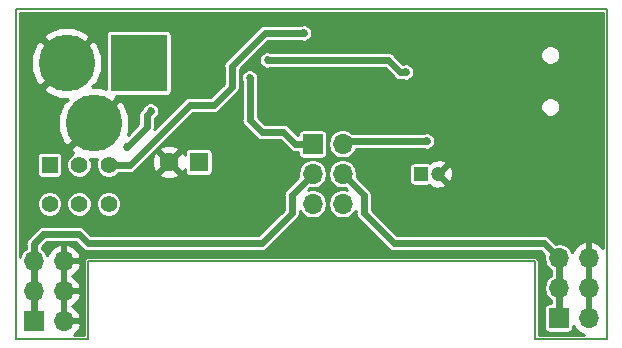
<source format=gbr>
%TF.GenerationSoftware,KiCad,Pcbnew,5.0.2-bee76a0~70~ubuntu18.04.1*%
%TF.CreationDate,2018-12-09T23:27:29+01:00*%
%TF.ProjectId,Protoboard_power_supply,50726f74-6f62-46f6-9172-645f706f7765,rev?*%
%TF.SameCoordinates,Original*%
%TF.FileFunction,Copper,L2,Bot*%
%TF.FilePolarity,Positive*%
%FSLAX46Y46*%
G04 Gerber Fmt 4.6, Leading zero omitted, Abs format (unit mm)*
G04 Created by KiCad (PCBNEW 5.0.2-bee76a0~70~ubuntu18.04.1) date dom 09 dic 2018 23:27:29 CET*
%MOMM*%
%LPD*%
G01*
G04 APERTURE LIST*
%ADD10C,0.127000*%
%ADD11R,1.200000X1.200000*%
%ADD12C,1.200000*%
%ADD13R,1.600000X1.600000*%
%ADD14C,1.600000*%
%ADD15C,4.800000*%
%ADD16R,4.800000X4.800000*%
%ADD17R,1.700000X1.700000*%
%ADD18O,1.700000X1.700000*%
%ADD19R,1.400000X1.400000*%
%ADD20C,1.400000*%
%ADD21C,0.685800*%
%ADD22C,0.600000*%
%ADD23C,0.254000*%
G04 APERTURE END LIST*
D10*
X148336000Y-114300000D02*
X148336000Y-107696000D01*
X192278000Y-114300000D02*
X192278000Y-86360000D01*
X186182000Y-107696000D02*
X186182000Y-114300000D01*
X142240000Y-114300000D02*
X142240000Y-86360000D01*
X148336000Y-114300000D02*
X142240000Y-114300000D01*
X186182000Y-107696000D02*
X148336000Y-107696000D01*
X192278000Y-114300000D02*
X186182000Y-114300000D01*
X142240000Y-86360000D02*
X192278000Y-86360000D01*
D11*
X176530000Y-100330000D03*
D12*
X178030000Y-100330000D03*
D13*
X157734000Y-99314000D03*
D14*
X155234000Y-99314000D03*
D15*
X146554000Y-90932000D03*
D16*
X152654000Y-90932000D03*
D15*
X148844000Y-96012000D03*
D17*
X143764000Y-112776000D03*
D18*
X146304000Y-112776000D03*
X143764000Y-110236000D03*
X146304000Y-110236000D03*
X143764000Y-107696000D03*
X146304000Y-107696000D03*
X190754000Y-107442000D03*
X188214000Y-107442000D03*
X190754000Y-109982000D03*
X188214000Y-109982000D03*
X190754000Y-112522000D03*
D17*
X188214000Y-112522000D03*
X167386000Y-97790000D03*
D18*
X169926000Y-97790000D03*
X167386000Y-100330000D03*
X169926000Y-100330000D03*
X167386000Y-102870000D03*
X169926000Y-102870000D03*
D19*
X145114000Y-99568000D03*
D20*
X147614000Y-99568000D03*
X150114000Y-99568000D03*
X145114000Y-102868000D03*
X147614000Y-102868000D03*
X150114000Y-102868000D03*
D21*
X162052000Y-92202000D03*
X177038000Y-97536000D03*
X175260000Y-91694000D03*
X163576000Y-90678000D03*
X153670000Y-94996000D03*
X151638000Y-98044000D03*
X166624000Y-88392000D03*
D22*
X165936000Y-97790000D02*
X164920000Y-96774000D01*
X167386000Y-97790000D02*
X165936000Y-97790000D01*
X164920000Y-96774000D02*
X163068000Y-96774000D01*
X163068000Y-96774000D02*
X162052000Y-95758000D01*
X162052000Y-95758000D02*
X162052000Y-92202000D01*
X170180000Y-97536000D02*
X169926000Y-97790000D01*
X177038000Y-97536000D02*
X170180000Y-97536000D01*
X174775067Y-91694000D02*
X173759067Y-90678000D01*
X175260000Y-91694000D02*
X174775067Y-91694000D01*
X173759067Y-90678000D02*
X163576000Y-90678000D01*
X153327101Y-95338899D02*
X153327101Y-96354899D01*
X153670000Y-94996000D02*
X153327101Y-95338899D01*
X153327101Y-96354899D02*
X151638000Y-98044000D01*
X144600000Y-105410000D02*
X143764000Y-106246000D01*
X165608000Y-102108000D02*
X165608000Y-103632000D01*
X167386000Y-100330000D02*
X165608000Y-102108000D01*
X165608000Y-103632000D02*
X163068000Y-106172000D01*
X143764000Y-106246000D02*
X143764000Y-107696000D01*
X148336000Y-106172000D02*
X147574000Y-105410000D01*
X163068000Y-106172000D02*
X148336000Y-106172000D01*
X147574000Y-105410000D02*
X144600000Y-105410000D01*
X143764000Y-107696000D02*
X143764000Y-110236000D01*
X143764000Y-110236000D02*
X143764000Y-112776000D01*
X174244000Y-106172000D02*
X171704000Y-103632000D01*
X171704000Y-102108000D02*
X169926000Y-100330000D01*
X171704000Y-103632000D02*
X171704000Y-102108000D01*
X186944000Y-106172000D02*
X188214000Y-107442000D01*
X174244000Y-106172000D02*
X186944000Y-106172000D01*
X188214000Y-109982000D02*
X188214000Y-107442000D01*
X188214000Y-112522000D02*
X188214000Y-109982000D01*
X156972000Y-94488000D02*
X159004000Y-94488000D01*
X159004000Y-94488000D02*
X160528000Y-92964000D01*
X160528000Y-92964000D02*
X160528000Y-91186000D01*
X160528000Y-91186000D02*
X163322000Y-88392000D01*
X163322000Y-88392000D02*
X166624000Y-88392000D01*
X150114000Y-99568000D02*
X151103949Y-99568000D01*
X151103949Y-99568000D02*
X151892000Y-99568000D01*
X151892000Y-99568000D02*
X156972000Y-94488000D01*
D23*
G36*
X191935100Y-106575722D02*
X191635358Y-106246817D01*
X191110892Y-106000514D01*
X190881000Y-106121181D01*
X190881000Y-107315000D01*
X190901000Y-107315000D01*
X190901000Y-107569000D01*
X190881000Y-107569000D01*
X190881000Y-109855000D01*
X190901000Y-109855000D01*
X190901000Y-110109000D01*
X190881000Y-110109000D01*
X190881000Y-112395000D01*
X190901000Y-112395000D01*
X190901000Y-112649000D01*
X190881000Y-112649000D01*
X190881000Y-112669000D01*
X190627000Y-112669000D01*
X190627000Y-112649000D01*
X190607000Y-112649000D01*
X190607000Y-112395000D01*
X190627000Y-112395000D01*
X190627000Y-110109000D01*
X190607000Y-110109000D01*
X190607000Y-109855000D01*
X190627000Y-109855000D01*
X190627000Y-107569000D01*
X190607000Y-107569000D01*
X190607000Y-107315000D01*
X190627000Y-107315000D01*
X190627000Y-106121181D01*
X190397108Y-106000514D01*
X189872642Y-106246817D01*
X189482355Y-106675076D01*
X189367445Y-106952512D01*
X189101501Y-106554499D01*
X188694312Y-106282424D01*
X188335239Y-106211000D01*
X188092761Y-106211000D01*
X187970415Y-106235336D01*
X187472967Y-105737889D01*
X187434973Y-105681027D01*
X187209713Y-105530513D01*
X187011069Y-105491000D01*
X187011065Y-105491000D01*
X186944000Y-105477660D01*
X186876935Y-105491000D01*
X174526080Y-105491000D01*
X172385000Y-103349922D01*
X172385000Y-102175065D01*
X172398340Y-102108000D01*
X172385000Y-102040935D01*
X172385000Y-102040931D01*
X172345487Y-101842287D01*
X172194973Y-101617027D01*
X172138114Y-101579035D01*
X171132664Y-100573585D01*
X171181116Y-100330000D01*
X171085576Y-99849688D01*
X171005604Y-99730000D01*
X175541536Y-99730000D01*
X175541536Y-100930000D01*
X175571106Y-101078659D01*
X175655314Y-101204686D01*
X175781341Y-101288894D01*
X175930000Y-101318464D01*
X177130000Y-101318464D01*
X177222761Y-101300013D01*
X177231178Y-101308430D01*
X177243775Y-101295833D01*
X177278659Y-101288894D01*
X177356558Y-101236844D01*
X177396383Y-101418164D01*
X177861036Y-101577807D01*
X178351413Y-101547482D01*
X178663617Y-101418164D01*
X178713130Y-101192735D01*
X178030000Y-100509605D01*
X178015858Y-100523748D01*
X177836253Y-100344143D01*
X177850395Y-100330000D01*
X178209605Y-100330000D01*
X178892735Y-101013130D01*
X179118164Y-100963617D01*
X179277807Y-100498964D01*
X179247482Y-100008587D01*
X179118164Y-99696383D01*
X178892735Y-99646870D01*
X178209605Y-100330000D01*
X177850395Y-100330000D01*
X177836253Y-100315858D01*
X178015858Y-100136253D01*
X178030000Y-100150395D01*
X178713130Y-99467265D01*
X178663617Y-99241836D01*
X178198964Y-99082193D01*
X177708587Y-99112518D01*
X177396383Y-99241836D01*
X177356558Y-99423156D01*
X177278659Y-99371106D01*
X177243775Y-99364167D01*
X177231178Y-99351570D01*
X177222761Y-99359987D01*
X177130000Y-99341536D01*
X175930000Y-99341536D01*
X175781341Y-99371106D01*
X175655314Y-99455314D01*
X175571106Y-99581341D01*
X175541536Y-99730000D01*
X171005604Y-99730000D01*
X170813501Y-99442499D01*
X170406312Y-99170424D01*
X170047239Y-99099000D01*
X169804761Y-99099000D01*
X169445688Y-99170424D01*
X169038499Y-99442499D01*
X168766424Y-99849688D01*
X168670884Y-100330000D01*
X168766424Y-100810312D01*
X169038499Y-101217501D01*
X169445688Y-101489576D01*
X169804761Y-101561000D01*
X170047239Y-101561000D01*
X170169585Y-101536664D01*
X170327711Y-101694789D01*
X170047239Y-101639000D01*
X169804761Y-101639000D01*
X169445688Y-101710424D01*
X169038499Y-101982499D01*
X168766424Y-102389688D01*
X168670884Y-102870000D01*
X168766424Y-103350312D01*
X169038499Y-103757501D01*
X169445688Y-104029576D01*
X169804761Y-104101000D01*
X170047239Y-104101000D01*
X170406312Y-104029576D01*
X170813501Y-103757501D01*
X171023000Y-103443963D01*
X171023000Y-103564934D01*
X171009660Y-103632000D01*
X171023000Y-103699065D01*
X171023000Y-103699068D01*
X171062513Y-103897712D01*
X171213027Y-104122972D01*
X171269887Y-104160965D01*
X173715037Y-106606117D01*
X173753027Y-106662973D01*
X173809883Y-106700963D01*
X173809884Y-106700964D01*
X173853265Y-106729950D01*
X173978287Y-106813487D01*
X174176931Y-106853000D01*
X174176935Y-106853000D01*
X174243999Y-106866340D01*
X174311063Y-106853000D01*
X186661922Y-106853000D01*
X187007336Y-107198415D01*
X186958884Y-107442000D01*
X187054424Y-107922312D01*
X187326499Y-108329501D01*
X187533001Y-108467481D01*
X187533000Y-108956519D01*
X187326499Y-109094499D01*
X187054424Y-109501688D01*
X186958884Y-109982000D01*
X187054424Y-110462312D01*
X187326499Y-110869501D01*
X187533001Y-111007481D01*
X187533000Y-111283536D01*
X187364000Y-111283536D01*
X187215341Y-111313106D01*
X187089314Y-111397314D01*
X187005106Y-111523341D01*
X186975536Y-111672000D01*
X186975536Y-113372000D01*
X187005106Y-113520659D01*
X187089314Y-113646686D01*
X187215341Y-113730894D01*
X187364000Y-113760464D01*
X189064000Y-113760464D01*
X189212659Y-113730894D01*
X189338686Y-113646686D01*
X189422894Y-113520659D01*
X189452464Y-113372000D01*
X189452464Y-113216756D01*
X189482355Y-113288924D01*
X189872642Y-113717183D01*
X190383510Y-113957100D01*
X186524900Y-113957100D01*
X186524900Y-107729769D01*
X186531617Y-107696000D01*
X186505004Y-107562207D01*
X186429217Y-107448783D01*
X186315793Y-107372996D01*
X186215769Y-107353100D01*
X186215768Y-107353100D01*
X186182000Y-107346383D01*
X186148231Y-107353100D01*
X148369769Y-107353100D01*
X148336000Y-107346383D01*
X148302232Y-107353100D01*
X148302231Y-107353100D01*
X148202207Y-107372996D01*
X148088783Y-107448783D01*
X148012996Y-107562207D01*
X147986383Y-107696000D01*
X147993101Y-107729774D01*
X147993100Y-113957100D01*
X147198192Y-113957100D01*
X147575645Y-113542924D01*
X147745476Y-113132890D01*
X147624155Y-112903000D01*
X146431000Y-112903000D01*
X146431000Y-112923000D01*
X146177000Y-112923000D01*
X146177000Y-112903000D01*
X146157000Y-112903000D01*
X146157000Y-112649000D01*
X146177000Y-112649000D01*
X146177000Y-110363000D01*
X146431000Y-110363000D01*
X146431000Y-112649000D01*
X147624155Y-112649000D01*
X147745476Y-112419110D01*
X147575645Y-112009076D01*
X147185358Y-111580817D01*
X147026046Y-111506000D01*
X147185358Y-111431183D01*
X147575645Y-111002924D01*
X147745476Y-110592890D01*
X147624155Y-110363000D01*
X146431000Y-110363000D01*
X146177000Y-110363000D01*
X146157000Y-110363000D01*
X146157000Y-110109000D01*
X146177000Y-110109000D01*
X146177000Y-107823000D01*
X146431000Y-107823000D01*
X146431000Y-110109000D01*
X147624155Y-110109000D01*
X147745476Y-109879110D01*
X147575645Y-109469076D01*
X147185358Y-109040817D01*
X147026046Y-108966000D01*
X147185358Y-108891183D01*
X147575645Y-108462924D01*
X147745476Y-108052890D01*
X147624155Y-107823000D01*
X146431000Y-107823000D01*
X146177000Y-107823000D01*
X146157000Y-107823000D01*
X146157000Y-107569000D01*
X146177000Y-107569000D01*
X146177000Y-106375181D01*
X146431000Y-106375181D01*
X146431000Y-107569000D01*
X147624155Y-107569000D01*
X147745476Y-107339110D01*
X147575645Y-106929076D01*
X147185358Y-106500817D01*
X146660892Y-106254514D01*
X146431000Y-106375181D01*
X146177000Y-106375181D01*
X145947108Y-106254514D01*
X145422642Y-106500817D01*
X145032355Y-106929076D01*
X144917445Y-107206512D01*
X144651501Y-106808499D01*
X144445000Y-106670519D01*
X144445000Y-106528078D01*
X144882079Y-106091000D01*
X147291922Y-106091000D01*
X147807035Y-106606114D01*
X147845027Y-106662973D01*
X148070287Y-106813487D01*
X148268931Y-106853000D01*
X148268935Y-106853000D01*
X148336000Y-106866340D01*
X148403065Y-106853000D01*
X163000935Y-106853000D01*
X163068000Y-106866340D01*
X163135065Y-106853000D01*
X163135069Y-106853000D01*
X163333713Y-106813487D01*
X163558973Y-106662973D01*
X163596967Y-106606111D01*
X166042117Y-104160963D01*
X166098973Y-104122973D01*
X166249487Y-103897713D01*
X166289000Y-103699069D01*
X166289000Y-103699065D01*
X166302340Y-103632001D01*
X166289000Y-103564937D01*
X166289000Y-103443964D01*
X166498499Y-103757501D01*
X166905688Y-104029576D01*
X167264761Y-104101000D01*
X167507239Y-104101000D01*
X167866312Y-104029576D01*
X168273501Y-103757501D01*
X168545576Y-103350312D01*
X168641116Y-102870000D01*
X168545576Y-102389688D01*
X168273501Y-101982499D01*
X167866312Y-101710424D01*
X167507239Y-101639000D01*
X167264761Y-101639000D01*
X166984289Y-101694789D01*
X167142415Y-101536664D01*
X167264761Y-101561000D01*
X167507239Y-101561000D01*
X167866312Y-101489576D01*
X168273501Y-101217501D01*
X168545576Y-100810312D01*
X168641116Y-100330000D01*
X168545576Y-99849688D01*
X168273501Y-99442499D01*
X167866312Y-99170424D01*
X167507239Y-99099000D01*
X167264761Y-99099000D01*
X166905688Y-99170424D01*
X166498499Y-99442499D01*
X166226424Y-99849688D01*
X166130884Y-100330000D01*
X166179336Y-100573585D01*
X165173887Y-101579035D01*
X165117027Y-101617028D01*
X164966513Y-101842288D01*
X164927000Y-102040932D01*
X164927000Y-102040935D01*
X164913660Y-102108000D01*
X164927000Y-102175066D01*
X164927001Y-103349919D01*
X162785922Y-105491000D01*
X148618079Y-105491000D01*
X148102967Y-104975889D01*
X148064973Y-104919027D01*
X147839713Y-104768513D01*
X147641069Y-104729000D01*
X147641065Y-104729000D01*
X147574000Y-104715660D01*
X147506935Y-104729000D01*
X144667069Y-104729000D01*
X144600000Y-104715659D01*
X144532931Y-104729000D01*
X144334287Y-104768513D01*
X144109027Y-104919027D01*
X144071035Y-104975886D01*
X143329886Y-105717035D01*
X143273027Y-105755028D01*
X143122513Y-105980288D01*
X143083000Y-106178932D01*
X143083000Y-106178935D01*
X143069660Y-106246000D01*
X143083000Y-106313066D01*
X143083000Y-106670519D01*
X142876499Y-106808499D01*
X142604424Y-107215688D01*
X142582900Y-107323896D01*
X142582900Y-102652976D01*
X144033000Y-102652976D01*
X144033000Y-103083024D01*
X144197572Y-103480337D01*
X144501663Y-103784428D01*
X144898976Y-103949000D01*
X145329024Y-103949000D01*
X145726337Y-103784428D01*
X146030428Y-103480337D01*
X146195000Y-103083024D01*
X146195000Y-102652976D01*
X146533000Y-102652976D01*
X146533000Y-103083024D01*
X146697572Y-103480337D01*
X147001663Y-103784428D01*
X147398976Y-103949000D01*
X147829024Y-103949000D01*
X148226337Y-103784428D01*
X148530428Y-103480337D01*
X148695000Y-103083024D01*
X148695000Y-102652976D01*
X149033000Y-102652976D01*
X149033000Y-103083024D01*
X149197572Y-103480337D01*
X149501663Y-103784428D01*
X149898976Y-103949000D01*
X150329024Y-103949000D01*
X150726337Y-103784428D01*
X151030428Y-103480337D01*
X151195000Y-103083024D01*
X151195000Y-102652976D01*
X151030428Y-102255663D01*
X150726337Y-101951572D01*
X150329024Y-101787000D01*
X149898976Y-101787000D01*
X149501663Y-101951572D01*
X149197572Y-102255663D01*
X149033000Y-102652976D01*
X148695000Y-102652976D01*
X148530428Y-102255663D01*
X148226337Y-101951572D01*
X147829024Y-101787000D01*
X147398976Y-101787000D01*
X147001663Y-101951572D01*
X146697572Y-102255663D01*
X146533000Y-102652976D01*
X146195000Y-102652976D01*
X146030428Y-102255663D01*
X145726337Y-101951572D01*
X145329024Y-101787000D01*
X144898976Y-101787000D01*
X144501663Y-101951572D01*
X144197572Y-102255663D01*
X144033000Y-102652976D01*
X142582900Y-102652976D01*
X142582900Y-98868000D01*
X144025536Y-98868000D01*
X144025536Y-100268000D01*
X144055106Y-100416659D01*
X144139314Y-100542686D01*
X144265341Y-100626894D01*
X144414000Y-100656464D01*
X145814000Y-100656464D01*
X145962659Y-100626894D01*
X146088686Y-100542686D01*
X146172894Y-100416659D01*
X146202464Y-100268000D01*
X146202464Y-99352976D01*
X146533000Y-99352976D01*
X146533000Y-99783024D01*
X146697572Y-100180337D01*
X147001663Y-100484428D01*
X147398976Y-100649000D01*
X147829024Y-100649000D01*
X148226337Y-100484428D01*
X148530428Y-100180337D01*
X148695000Y-99783024D01*
X148695000Y-99352976D01*
X148568467Y-99047496D01*
X149159970Y-99046442D01*
X149033000Y-99352976D01*
X149033000Y-99783024D01*
X149197572Y-100180337D01*
X149501663Y-100484428D01*
X149898976Y-100649000D01*
X150329024Y-100649000D01*
X150726337Y-100484428D01*
X150889020Y-100321745D01*
X154405861Y-100321745D01*
X154479995Y-100567864D01*
X155017223Y-100760965D01*
X155587454Y-100733778D01*
X155988005Y-100567864D01*
X156062139Y-100321745D01*
X155234000Y-99493605D01*
X154405861Y-100321745D01*
X150889020Y-100321745D01*
X150961765Y-100249000D01*
X151824935Y-100249000D01*
X151892000Y-100262340D01*
X151959065Y-100249000D01*
X151959069Y-100249000D01*
X152157713Y-100209487D01*
X152382973Y-100058973D01*
X152420967Y-100002111D01*
X153325855Y-99097223D01*
X153787035Y-99097223D01*
X153814222Y-99667454D01*
X153980136Y-100068005D01*
X154226255Y-100142139D01*
X155054395Y-99314000D01*
X155413605Y-99314000D01*
X156241745Y-100142139D01*
X156487864Y-100068005D01*
X156545536Y-99907555D01*
X156545536Y-100114000D01*
X156575106Y-100262659D01*
X156659314Y-100388686D01*
X156785341Y-100472894D01*
X156934000Y-100502464D01*
X158534000Y-100502464D01*
X158682659Y-100472894D01*
X158808686Y-100388686D01*
X158892894Y-100262659D01*
X158922464Y-100114000D01*
X158922464Y-98514000D01*
X158892894Y-98365341D01*
X158808686Y-98239314D01*
X158682659Y-98155106D01*
X158534000Y-98125536D01*
X156934000Y-98125536D01*
X156785341Y-98155106D01*
X156659314Y-98239314D01*
X156575106Y-98365341D01*
X156545536Y-98514000D01*
X156545536Y-98699227D01*
X156487864Y-98559995D01*
X156241745Y-98485861D01*
X155413605Y-99314000D01*
X155054395Y-99314000D01*
X154226255Y-98485861D01*
X153980136Y-98559995D01*
X153787035Y-99097223D01*
X153325855Y-99097223D01*
X154116823Y-98306255D01*
X154405861Y-98306255D01*
X155234000Y-99134395D01*
X156062139Y-98306255D01*
X155988005Y-98060136D01*
X155450777Y-97867035D01*
X154880546Y-97894222D01*
X154479995Y-98060136D01*
X154405861Y-98306255D01*
X154116823Y-98306255D01*
X157254079Y-95169000D01*
X158936935Y-95169000D01*
X159004000Y-95182340D01*
X159071065Y-95169000D01*
X159071069Y-95169000D01*
X159269713Y-95129487D01*
X159494973Y-94978973D01*
X159532967Y-94922111D01*
X160962119Y-93492961D01*
X161018972Y-93454973D01*
X161056961Y-93398119D01*
X161056964Y-93398116D01*
X161115765Y-93310112D01*
X161169487Y-93229713D01*
X161209000Y-93031069D01*
X161209000Y-93031065D01*
X161222340Y-92964001D01*
X161209000Y-92896937D01*
X161209000Y-92058007D01*
X161328100Y-92058007D01*
X161328100Y-92345993D01*
X161371001Y-92449565D01*
X161371000Y-95690935D01*
X161357660Y-95758000D01*
X161371000Y-95825065D01*
X161371000Y-95825068D01*
X161410513Y-96023712D01*
X161561027Y-96248972D01*
X161617886Y-96286965D01*
X162539035Y-97208114D01*
X162577027Y-97264973D01*
X162802287Y-97415487D01*
X163000931Y-97455000D01*
X163000935Y-97455000D01*
X163068000Y-97468340D01*
X163135065Y-97455000D01*
X164637922Y-97455000D01*
X165407035Y-98224114D01*
X165445027Y-98280973D01*
X165670287Y-98431487D01*
X165868931Y-98471000D01*
X165868935Y-98471000D01*
X165936000Y-98484340D01*
X166003065Y-98471000D01*
X166147536Y-98471000D01*
X166147536Y-98640000D01*
X166177106Y-98788659D01*
X166261314Y-98914686D01*
X166387341Y-98998894D01*
X166536000Y-99028464D01*
X168236000Y-99028464D01*
X168384659Y-98998894D01*
X168510686Y-98914686D01*
X168594894Y-98788659D01*
X168624464Y-98640000D01*
X168624464Y-97790000D01*
X168670884Y-97790000D01*
X168766424Y-98270312D01*
X169038499Y-98677501D01*
X169445688Y-98949576D01*
X169804761Y-99021000D01*
X170047239Y-99021000D01*
X170406312Y-98949576D01*
X170813501Y-98677501D01*
X171085576Y-98270312D01*
X171096180Y-98217000D01*
X176790437Y-98217000D01*
X176894007Y-98259900D01*
X177181993Y-98259900D01*
X177448056Y-98149693D01*
X177651693Y-97946056D01*
X177761900Y-97679993D01*
X177761900Y-97392007D01*
X177651693Y-97125944D01*
X177448056Y-96922307D01*
X177181993Y-96812100D01*
X176894007Y-96812100D01*
X176790437Y-96855000D01*
X170742414Y-96855000D01*
X170406312Y-96630424D01*
X170047239Y-96559000D01*
X169804761Y-96559000D01*
X169445688Y-96630424D01*
X169038499Y-96902499D01*
X168766424Y-97309688D01*
X168670884Y-97790000D01*
X168624464Y-97790000D01*
X168624464Y-96940000D01*
X168594894Y-96791341D01*
X168510686Y-96665314D01*
X168384659Y-96581106D01*
X168236000Y-96551536D01*
X166536000Y-96551536D01*
X166387341Y-96581106D01*
X166261314Y-96665314D01*
X166177106Y-96791341D01*
X166147536Y-96940000D01*
X166147536Y-97038457D01*
X165448967Y-96339889D01*
X165410973Y-96283027D01*
X165185713Y-96132513D01*
X164987069Y-96093000D01*
X164987065Y-96093000D01*
X164920000Y-96079660D01*
X164852935Y-96093000D01*
X163350079Y-96093000D01*
X162733000Y-95475922D01*
X162733000Y-94490704D01*
X186675000Y-94490704D01*
X186675000Y-94821296D01*
X186801512Y-95126724D01*
X187035276Y-95360488D01*
X187340704Y-95487000D01*
X187671296Y-95487000D01*
X187976724Y-95360488D01*
X188210488Y-95126724D01*
X188337000Y-94821296D01*
X188337000Y-94490704D01*
X188210488Y-94185276D01*
X187976724Y-93951512D01*
X187671296Y-93825000D01*
X187340704Y-93825000D01*
X187035276Y-93951512D01*
X186801512Y-94185276D01*
X186675000Y-94490704D01*
X162733000Y-94490704D01*
X162733000Y-92449563D01*
X162775900Y-92345993D01*
X162775900Y-92058007D01*
X162665693Y-91791944D01*
X162462056Y-91588307D01*
X162195993Y-91478100D01*
X161908007Y-91478100D01*
X161641944Y-91588307D01*
X161438307Y-91791944D01*
X161328100Y-92058007D01*
X161209000Y-92058007D01*
X161209000Y-91468078D01*
X162143071Y-90534007D01*
X162852100Y-90534007D01*
X162852100Y-90821993D01*
X162962307Y-91088056D01*
X163165944Y-91291693D01*
X163432007Y-91401900D01*
X163719993Y-91401900D01*
X163823563Y-91359000D01*
X173476989Y-91359000D01*
X174246102Y-92128114D01*
X174284094Y-92184973D01*
X174509354Y-92335487D01*
X174707998Y-92375000D01*
X174708002Y-92375000D01*
X174775067Y-92388340D01*
X174842132Y-92375000D01*
X175012437Y-92375000D01*
X175116007Y-92417900D01*
X175403993Y-92417900D01*
X175670056Y-92307693D01*
X175873693Y-92104056D01*
X175983900Y-91837993D01*
X175983900Y-91550007D01*
X175873693Y-91283944D01*
X175670056Y-91080307D01*
X175403993Y-90970100D01*
X175116007Y-90970100D01*
X175044051Y-90999905D01*
X174288034Y-90243889D01*
X174250040Y-90187027D01*
X174105883Y-90090704D01*
X186675000Y-90090704D01*
X186675000Y-90421296D01*
X186801512Y-90726724D01*
X187035276Y-90960488D01*
X187340704Y-91087000D01*
X187671296Y-91087000D01*
X187976724Y-90960488D01*
X188210488Y-90726724D01*
X188337000Y-90421296D01*
X188337000Y-90090704D01*
X188210488Y-89785276D01*
X187976724Y-89551512D01*
X187671296Y-89425000D01*
X187340704Y-89425000D01*
X187035276Y-89551512D01*
X186801512Y-89785276D01*
X186675000Y-90090704D01*
X174105883Y-90090704D01*
X174024780Y-90036513D01*
X173826136Y-89997000D01*
X173826132Y-89997000D01*
X173759067Y-89983660D01*
X173692002Y-89997000D01*
X163823563Y-89997000D01*
X163719993Y-89954100D01*
X163432007Y-89954100D01*
X163165944Y-90064307D01*
X162962307Y-90267944D01*
X162852100Y-90534007D01*
X162143071Y-90534007D01*
X163604079Y-89073000D01*
X166376437Y-89073000D01*
X166480007Y-89115900D01*
X166767993Y-89115900D01*
X167034056Y-89005693D01*
X167237693Y-88802056D01*
X167347900Y-88535993D01*
X167347900Y-88248007D01*
X167237693Y-87981944D01*
X167034056Y-87778307D01*
X166767993Y-87668100D01*
X166480007Y-87668100D01*
X166376437Y-87711000D01*
X163389065Y-87711000D01*
X163322000Y-87697660D01*
X163254935Y-87711000D01*
X163254931Y-87711000D01*
X163056287Y-87750513D01*
X162831027Y-87901027D01*
X162793035Y-87957886D01*
X160093887Y-90657035D01*
X160037028Y-90695027D01*
X159999036Y-90751886D01*
X159886513Y-90920288D01*
X159833660Y-91186000D01*
X159847001Y-91253070D01*
X159847000Y-92681920D01*
X158721922Y-93807000D01*
X157039065Y-93807000D01*
X156972000Y-93793660D01*
X156904935Y-93807000D01*
X156904931Y-93807000D01*
X156706287Y-93846513D01*
X156481027Y-93997027D01*
X156443035Y-94053886D01*
X153991501Y-96505420D01*
X154008101Y-96421968D01*
X154008101Y-96421964D01*
X154021441Y-96354899D01*
X154008101Y-96287834D01*
X154008101Y-95639498D01*
X154080056Y-95609693D01*
X154283693Y-95406056D01*
X154393900Y-95139993D01*
X154393900Y-94852007D01*
X154283693Y-94585944D01*
X154080056Y-94382307D01*
X153813993Y-94272100D01*
X153526007Y-94272100D01*
X153259944Y-94382307D01*
X153056307Y-94585944D01*
X153013406Y-94689515D01*
X152892987Y-94809935D01*
X152836128Y-94847927D01*
X152685614Y-95073187D01*
X152646101Y-95271831D01*
X152646101Y-95271834D01*
X152632761Y-95338899D01*
X152646101Y-95405965D01*
X152646102Y-96072819D01*
X151719839Y-96999083D01*
X151880072Y-96610287D01*
X151877919Y-95402891D01*
X151420010Y-94297400D01*
X151007719Y-94027886D01*
X149023605Y-96012000D01*
X149037748Y-96026143D01*
X148858143Y-96205748D01*
X148844000Y-96191605D01*
X146859886Y-98175719D01*
X147129400Y-98588010D01*
X147142290Y-98593322D01*
X147001663Y-98651572D01*
X146697572Y-98955663D01*
X146533000Y-99352976D01*
X146202464Y-99352976D01*
X146202464Y-98868000D01*
X146172894Y-98719341D01*
X146088686Y-98593314D01*
X145962659Y-98509106D01*
X145814000Y-98479536D01*
X144414000Y-98479536D01*
X144265341Y-98509106D01*
X144139314Y-98593314D01*
X144055106Y-98719341D01*
X144025536Y-98868000D01*
X142582900Y-98868000D01*
X142582900Y-93095719D01*
X144569886Y-93095719D01*
X144839400Y-93508010D01*
X145955713Y-93968072D01*
X146619281Y-93966889D01*
X146680279Y-94027887D01*
X146267990Y-94297400D01*
X145807928Y-95413713D01*
X145810081Y-96621109D01*
X146267990Y-97726600D01*
X146680281Y-97996114D01*
X148664395Y-96012000D01*
X148650253Y-95997858D01*
X148829858Y-95818253D01*
X148844000Y-95832395D01*
X150828114Y-93848281D01*
X150744560Y-93720464D01*
X155054000Y-93720464D01*
X155202659Y-93690894D01*
X155328686Y-93606686D01*
X155412894Y-93480659D01*
X155442464Y-93332000D01*
X155442464Y-88532000D01*
X155412894Y-88383341D01*
X155328686Y-88257314D01*
X155202659Y-88173106D01*
X155054000Y-88143536D01*
X150254000Y-88143536D01*
X150105341Y-88173106D01*
X149979314Y-88257314D01*
X149895106Y-88383341D01*
X149865536Y-88532000D01*
X149865536Y-93150360D01*
X149442287Y-92975928D01*
X148778719Y-92977111D01*
X148717721Y-92916113D01*
X149130010Y-92646600D01*
X149590072Y-91530287D01*
X149587919Y-90322891D01*
X149130010Y-89217400D01*
X148717719Y-88947886D01*
X146733605Y-90932000D01*
X146747748Y-90946143D01*
X146568143Y-91125748D01*
X146554000Y-91111605D01*
X144569886Y-93095719D01*
X142582900Y-93095719D01*
X142582900Y-90333713D01*
X143517928Y-90333713D01*
X143520081Y-91541109D01*
X143977990Y-92646600D01*
X144390281Y-92916114D01*
X146374395Y-90932000D01*
X144390281Y-88947886D01*
X143977990Y-89217400D01*
X143517928Y-90333713D01*
X142582900Y-90333713D01*
X142582900Y-88768281D01*
X144569886Y-88768281D01*
X146554000Y-90752395D01*
X148538114Y-88768281D01*
X148268600Y-88355990D01*
X147152287Y-87895928D01*
X145944891Y-87898081D01*
X144839400Y-88355990D01*
X144569886Y-88768281D01*
X142582900Y-88768281D01*
X142582900Y-86702900D01*
X191935101Y-86702900D01*
X191935100Y-106575722D01*
X191935100Y-106575722D01*
G37*
X191935100Y-106575722D02*
X191635358Y-106246817D01*
X191110892Y-106000514D01*
X190881000Y-106121181D01*
X190881000Y-107315000D01*
X190901000Y-107315000D01*
X190901000Y-107569000D01*
X190881000Y-107569000D01*
X190881000Y-109855000D01*
X190901000Y-109855000D01*
X190901000Y-110109000D01*
X190881000Y-110109000D01*
X190881000Y-112395000D01*
X190901000Y-112395000D01*
X190901000Y-112649000D01*
X190881000Y-112649000D01*
X190881000Y-112669000D01*
X190627000Y-112669000D01*
X190627000Y-112649000D01*
X190607000Y-112649000D01*
X190607000Y-112395000D01*
X190627000Y-112395000D01*
X190627000Y-110109000D01*
X190607000Y-110109000D01*
X190607000Y-109855000D01*
X190627000Y-109855000D01*
X190627000Y-107569000D01*
X190607000Y-107569000D01*
X190607000Y-107315000D01*
X190627000Y-107315000D01*
X190627000Y-106121181D01*
X190397108Y-106000514D01*
X189872642Y-106246817D01*
X189482355Y-106675076D01*
X189367445Y-106952512D01*
X189101501Y-106554499D01*
X188694312Y-106282424D01*
X188335239Y-106211000D01*
X188092761Y-106211000D01*
X187970415Y-106235336D01*
X187472967Y-105737889D01*
X187434973Y-105681027D01*
X187209713Y-105530513D01*
X187011069Y-105491000D01*
X187011065Y-105491000D01*
X186944000Y-105477660D01*
X186876935Y-105491000D01*
X174526080Y-105491000D01*
X172385000Y-103349922D01*
X172385000Y-102175065D01*
X172398340Y-102108000D01*
X172385000Y-102040935D01*
X172385000Y-102040931D01*
X172345487Y-101842287D01*
X172194973Y-101617027D01*
X172138114Y-101579035D01*
X171132664Y-100573585D01*
X171181116Y-100330000D01*
X171085576Y-99849688D01*
X171005604Y-99730000D01*
X175541536Y-99730000D01*
X175541536Y-100930000D01*
X175571106Y-101078659D01*
X175655314Y-101204686D01*
X175781341Y-101288894D01*
X175930000Y-101318464D01*
X177130000Y-101318464D01*
X177222761Y-101300013D01*
X177231178Y-101308430D01*
X177243775Y-101295833D01*
X177278659Y-101288894D01*
X177356558Y-101236844D01*
X177396383Y-101418164D01*
X177861036Y-101577807D01*
X178351413Y-101547482D01*
X178663617Y-101418164D01*
X178713130Y-101192735D01*
X178030000Y-100509605D01*
X178015858Y-100523748D01*
X177836253Y-100344143D01*
X177850395Y-100330000D01*
X178209605Y-100330000D01*
X178892735Y-101013130D01*
X179118164Y-100963617D01*
X179277807Y-100498964D01*
X179247482Y-100008587D01*
X179118164Y-99696383D01*
X178892735Y-99646870D01*
X178209605Y-100330000D01*
X177850395Y-100330000D01*
X177836253Y-100315858D01*
X178015858Y-100136253D01*
X178030000Y-100150395D01*
X178713130Y-99467265D01*
X178663617Y-99241836D01*
X178198964Y-99082193D01*
X177708587Y-99112518D01*
X177396383Y-99241836D01*
X177356558Y-99423156D01*
X177278659Y-99371106D01*
X177243775Y-99364167D01*
X177231178Y-99351570D01*
X177222761Y-99359987D01*
X177130000Y-99341536D01*
X175930000Y-99341536D01*
X175781341Y-99371106D01*
X175655314Y-99455314D01*
X175571106Y-99581341D01*
X175541536Y-99730000D01*
X171005604Y-99730000D01*
X170813501Y-99442499D01*
X170406312Y-99170424D01*
X170047239Y-99099000D01*
X169804761Y-99099000D01*
X169445688Y-99170424D01*
X169038499Y-99442499D01*
X168766424Y-99849688D01*
X168670884Y-100330000D01*
X168766424Y-100810312D01*
X169038499Y-101217501D01*
X169445688Y-101489576D01*
X169804761Y-101561000D01*
X170047239Y-101561000D01*
X170169585Y-101536664D01*
X170327711Y-101694789D01*
X170047239Y-101639000D01*
X169804761Y-101639000D01*
X169445688Y-101710424D01*
X169038499Y-101982499D01*
X168766424Y-102389688D01*
X168670884Y-102870000D01*
X168766424Y-103350312D01*
X169038499Y-103757501D01*
X169445688Y-104029576D01*
X169804761Y-104101000D01*
X170047239Y-104101000D01*
X170406312Y-104029576D01*
X170813501Y-103757501D01*
X171023000Y-103443963D01*
X171023000Y-103564934D01*
X171009660Y-103632000D01*
X171023000Y-103699065D01*
X171023000Y-103699068D01*
X171062513Y-103897712D01*
X171213027Y-104122972D01*
X171269887Y-104160965D01*
X173715037Y-106606117D01*
X173753027Y-106662973D01*
X173809883Y-106700963D01*
X173809884Y-106700964D01*
X173853265Y-106729950D01*
X173978287Y-106813487D01*
X174176931Y-106853000D01*
X174176935Y-106853000D01*
X174243999Y-106866340D01*
X174311063Y-106853000D01*
X186661922Y-106853000D01*
X187007336Y-107198415D01*
X186958884Y-107442000D01*
X187054424Y-107922312D01*
X187326499Y-108329501D01*
X187533001Y-108467481D01*
X187533000Y-108956519D01*
X187326499Y-109094499D01*
X187054424Y-109501688D01*
X186958884Y-109982000D01*
X187054424Y-110462312D01*
X187326499Y-110869501D01*
X187533001Y-111007481D01*
X187533000Y-111283536D01*
X187364000Y-111283536D01*
X187215341Y-111313106D01*
X187089314Y-111397314D01*
X187005106Y-111523341D01*
X186975536Y-111672000D01*
X186975536Y-113372000D01*
X187005106Y-113520659D01*
X187089314Y-113646686D01*
X187215341Y-113730894D01*
X187364000Y-113760464D01*
X189064000Y-113760464D01*
X189212659Y-113730894D01*
X189338686Y-113646686D01*
X189422894Y-113520659D01*
X189452464Y-113372000D01*
X189452464Y-113216756D01*
X189482355Y-113288924D01*
X189872642Y-113717183D01*
X190383510Y-113957100D01*
X186524900Y-113957100D01*
X186524900Y-107729769D01*
X186531617Y-107696000D01*
X186505004Y-107562207D01*
X186429217Y-107448783D01*
X186315793Y-107372996D01*
X186215769Y-107353100D01*
X186215768Y-107353100D01*
X186182000Y-107346383D01*
X186148231Y-107353100D01*
X148369769Y-107353100D01*
X148336000Y-107346383D01*
X148302232Y-107353100D01*
X148302231Y-107353100D01*
X148202207Y-107372996D01*
X148088783Y-107448783D01*
X148012996Y-107562207D01*
X147986383Y-107696000D01*
X147993101Y-107729774D01*
X147993100Y-113957100D01*
X147198192Y-113957100D01*
X147575645Y-113542924D01*
X147745476Y-113132890D01*
X147624155Y-112903000D01*
X146431000Y-112903000D01*
X146431000Y-112923000D01*
X146177000Y-112923000D01*
X146177000Y-112903000D01*
X146157000Y-112903000D01*
X146157000Y-112649000D01*
X146177000Y-112649000D01*
X146177000Y-110363000D01*
X146431000Y-110363000D01*
X146431000Y-112649000D01*
X147624155Y-112649000D01*
X147745476Y-112419110D01*
X147575645Y-112009076D01*
X147185358Y-111580817D01*
X147026046Y-111506000D01*
X147185358Y-111431183D01*
X147575645Y-111002924D01*
X147745476Y-110592890D01*
X147624155Y-110363000D01*
X146431000Y-110363000D01*
X146177000Y-110363000D01*
X146157000Y-110363000D01*
X146157000Y-110109000D01*
X146177000Y-110109000D01*
X146177000Y-107823000D01*
X146431000Y-107823000D01*
X146431000Y-110109000D01*
X147624155Y-110109000D01*
X147745476Y-109879110D01*
X147575645Y-109469076D01*
X147185358Y-109040817D01*
X147026046Y-108966000D01*
X147185358Y-108891183D01*
X147575645Y-108462924D01*
X147745476Y-108052890D01*
X147624155Y-107823000D01*
X146431000Y-107823000D01*
X146177000Y-107823000D01*
X146157000Y-107823000D01*
X146157000Y-107569000D01*
X146177000Y-107569000D01*
X146177000Y-106375181D01*
X146431000Y-106375181D01*
X146431000Y-107569000D01*
X147624155Y-107569000D01*
X147745476Y-107339110D01*
X147575645Y-106929076D01*
X147185358Y-106500817D01*
X146660892Y-106254514D01*
X146431000Y-106375181D01*
X146177000Y-106375181D01*
X145947108Y-106254514D01*
X145422642Y-106500817D01*
X145032355Y-106929076D01*
X144917445Y-107206512D01*
X144651501Y-106808499D01*
X144445000Y-106670519D01*
X144445000Y-106528078D01*
X144882079Y-106091000D01*
X147291922Y-106091000D01*
X147807035Y-106606114D01*
X147845027Y-106662973D01*
X148070287Y-106813487D01*
X148268931Y-106853000D01*
X148268935Y-106853000D01*
X148336000Y-106866340D01*
X148403065Y-106853000D01*
X163000935Y-106853000D01*
X163068000Y-106866340D01*
X163135065Y-106853000D01*
X163135069Y-106853000D01*
X163333713Y-106813487D01*
X163558973Y-106662973D01*
X163596967Y-106606111D01*
X166042117Y-104160963D01*
X166098973Y-104122973D01*
X166249487Y-103897713D01*
X166289000Y-103699069D01*
X166289000Y-103699065D01*
X166302340Y-103632001D01*
X166289000Y-103564937D01*
X166289000Y-103443964D01*
X166498499Y-103757501D01*
X166905688Y-104029576D01*
X167264761Y-104101000D01*
X167507239Y-104101000D01*
X167866312Y-104029576D01*
X168273501Y-103757501D01*
X168545576Y-103350312D01*
X168641116Y-102870000D01*
X168545576Y-102389688D01*
X168273501Y-101982499D01*
X167866312Y-101710424D01*
X167507239Y-101639000D01*
X167264761Y-101639000D01*
X166984289Y-101694789D01*
X167142415Y-101536664D01*
X167264761Y-101561000D01*
X167507239Y-101561000D01*
X167866312Y-101489576D01*
X168273501Y-101217501D01*
X168545576Y-100810312D01*
X168641116Y-100330000D01*
X168545576Y-99849688D01*
X168273501Y-99442499D01*
X167866312Y-99170424D01*
X167507239Y-99099000D01*
X167264761Y-99099000D01*
X166905688Y-99170424D01*
X166498499Y-99442499D01*
X166226424Y-99849688D01*
X166130884Y-100330000D01*
X166179336Y-100573585D01*
X165173887Y-101579035D01*
X165117027Y-101617028D01*
X164966513Y-101842288D01*
X164927000Y-102040932D01*
X164927000Y-102040935D01*
X164913660Y-102108000D01*
X164927000Y-102175066D01*
X164927001Y-103349919D01*
X162785922Y-105491000D01*
X148618079Y-105491000D01*
X148102967Y-104975889D01*
X148064973Y-104919027D01*
X147839713Y-104768513D01*
X147641069Y-104729000D01*
X147641065Y-104729000D01*
X147574000Y-104715660D01*
X147506935Y-104729000D01*
X144667069Y-104729000D01*
X144600000Y-104715659D01*
X144532931Y-104729000D01*
X144334287Y-104768513D01*
X144109027Y-104919027D01*
X144071035Y-104975886D01*
X143329886Y-105717035D01*
X143273027Y-105755028D01*
X143122513Y-105980288D01*
X143083000Y-106178932D01*
X143083000Y-106178935D01*
X143069660Y-106246000D01*
X143083000Y-106313066D01*
X143083000Y-106670519D01*
X142876499Y-106808499D01*
X142604424Y-107215688D01*
X142582900Y-107323896D01*
X142582900Y-102652976D01*
X144033000Y-102652976D01*
X144033000Y-103083024D01*
X144197572Y-103480337D01*
X144501663Y-103784428D01*
X144898976Y-103949000D01*
X145329024Y-103949000D01*
X145726337Y-103784428D01*
X146030428Y-103480337D01*
X146195000Y-103083024D01*
X146195000Y-102652976D01*
X146533000Y-102652976D01*
X146533000Y-103083024D01*
X146697572Y-103480337D01*
X147001663Y-103784428D01*
X147398976Y-103949000D01*
X147829024Y-103949000D01*
X148226337Y-103784428D01*
X148530428Y-103480337D01*
X148695000Y-103083024D01*
X148695000Y-102652976D01*
X149033000Y-102652976D01*
X149033000Y-103083024D01*
X149197572Y-103480337D01*
X149501663Y-103784428D01*
X149898976Y-103949000D01*
X150329024Y-103949000D01*
X150726337Y-103784428D01*
X151030428Y-103480337D01*
X151195000Y-103083024D01*
X151195000Y-102652976D01*
X151030428Y-102255663D01*
X150726337Y-101951572D01*
X150329024Y-101787000D01*
X149898976Y-101787000D01*
X149501663Y-101951572D01*
X149197572Y-102255663D01*
X149033000Y-102652976D01*
X148695000Y-102652976D01*
X148530428Y-102255663D01*
X148226337Y-101951572D01*
X147829024Y-101787000D01*
X147398976Y-101787000D01*
X147001663Y-101951572D01*
X146697572Y-102255663D01*
X146533000Y-102652976D01*
X146195000Y-102652976D01*
X146030428Y-102255663D01*
X145726337Y-101951572D01*
X145329024Y-101787000D01*
X144898976Y-101787000D01*
X144501663Y-101951572D01*
X144197572Y-102255663D01*
X144033000Y-102652976D01*
X142582900Y-102652976D01*
X142582900Y-98868000D01*
X144025536Y-98868000D01*
X144025536Y-100268000D01*
X144055106Y-100416659D01*
X144139314Y-100542686D01*
X144265341Y-100626894D01*
X144414000Y-100656464D01*
X145814000Y-100656464D01*
X145962659Y-100626894D01*
X146088686Y-100542686D01*
X146172894Y-100416659D01*
X146202464Y-100268000D01*
X146202464Y-99352976D01*
X146533000Y-99352976D01*
X146533000Y-99783024D01*
X146697572Y-100180337D01*
X147001663Y-100484428D01*
X147398976Y-100649000D01*
X147829024Y-100649000D01*
X148226337Y-100484428D01*
X148530428Y-100180337D01*
X148695000Y-99783024D01*
X148695000Y-99352976D01*
X148568467Y-99047496D01*
X149159970Y-99046442D01*
X149033000Y-99352976D01*
X149033000Y-99783024D01*
X149197572Y-100180337D01*
X149501663Y-100484428D01*
X149898976Y-100649000D01*
X150329024Y-100649000D01*
X150726337Y-100484428D01*
X150889020Y-100321745D01*
X154405861Y-100321745D01*
X154479995Y-100567864D01*
X155017223Y-100760965D01*
X155587454Y-100733778D01*
X155988005Y-100567864D01*
X156062139Y-100321745D01*
X155234000Y-99493605D01*
X154405861Y-100321745D01*
X150889020Y-100321745D01*
X150961765Y-100249000D01*
X151824935Y-100249000D01*
X151892000Y-100262340D01*
X151959065Y-100249000D01*
X151959069Y-100249000D01*
X152157713Y-100209487D01*
X152382973Y-100058973D01*
X152420967Y-100002111D01*
X153325855Y-99097223D01*
X153787035Y-99097223D01*
X153814222Y-99667454D01*
X153980136Y-100068005D01*
X154226255Y-100142139D01*
X155054395Y-99314000D01*
X155413605Y-99314000D01*
X156241745Y-100142139D01*
X156487864Y-100068005D01*
X156545536Y-99907555D01*
X156545536Y-100114000D01*
X156575106Y-100262659D01*
X156659314Y-100388686D01*
X156785341Y-100472894D01*
X156934000Y-100502464D01*
X158534000Y-100502464D01*
X158682659Y-100472894D01*
X158808686Y-100388686D01*
X158892894Y-100262659D01*
X158922464Y-100114000D01*
X158922464Y-98514000D01*
X158892894Y-98365341D01*
X158808686Y-98239314D01*
X158682659Y-98155106D01*
X158534000Y-98125536D01*
X156934000Y-98125536D01*
X156785341Y-98155106D01*
X156659314Y-98239314D01*
X156575106Y-98365341D01*
X156545536Y-98514000D01*
X156545536Y-98699227D01*
X156487864Y-98559995D01*
X156241745Y-98485861D01*
X155413605Y-99314000D01*
X155054395Y-99314000D01*
X154226255Y-98485861D01*
X153980136Y-98559995D01*
X153787035Y-99097223D01*
X153325855Y-99097223D01*
X154116823Y-98306255D01*
X154405861Y-98306255D01*
X155234000Y-99134395D01*
X156062139Y-98306255D01*
X155988005Y-98060136D01*
X155450777Y-97867035D01*
X154880546Y-97894222D01*
X154479995Y-98060136D01*
X154405861Y-98306255D01*
X154116823Y-98306255D01*
X157254079Y-95169000D01*
X158936935Y-95169000D01*
X159004000Y-95182340D01*
X159071065Y-95169000D01*
X159071069Y-95169000D01*
X159269713Y-95129487D01*
X159494973Y-94978973D01*
X159532967Y-94922111D01*
X160962119Y-93492961D01*
X161018972Y-93454973D01*
X161056961Y-93398119D01*
X161056964Y-93398116D01*
X161115765Y-93310112D01*
X161169487Y-93229713D01*
X161209000Y-93031069D01*
X161209000Y-93031065D01*
X161222340Y-92964001D01*
X161209000Y-92896937D01*
X161209000Y-92058007D01*
X161328100Y-92058007D01*
X161328100Y-92345993D01*
X161371001Y-92449565D01*
X161371000Y-95690935D01*
X161357660Y-95758000D01*
X161371000Y-95825065D01*
X161371000Y-95825068D01*
X161410513Y-96023712D01*
X161561027Y-96248972D01*
X161617886Y-96286965D01*
X162539035Y-97208114D01*
X162577027Y-97264973D01*
X162802287Y-97415487D01*
X163000931Y-97455000D01*
X163000935Y-97455000D01*
X163068000Y-97468340D01*
X163135065Y-97455000D01*
X164637922Y-97455000D01*
X165407035Y-98224114D01*
X165445027Y-98280973D01*
X165670287Y-98431487D01*
X165868931Y-98471000D01*
X165868935Y-98471000D01*
X165936000Y-98484340D01*
X166003065Y-98471000D01*
X166147536Y-98471000D01*
X166147536Y-98640000D01*
X166177106Y-98788659D01*
X166261314Y-98914686D01*
X166387341Y-98998894D01*
X166536000Y-99028464D01*
X168236000Y-99028464D01*
X168384659Y-98998894D01*
X168510686Y-98914686D01*
X168594894Y-98788659D01*
X168624464Y-98640000D01*
X168624464Y-97790000D01*
X168670884Y-97790000D01*
X168766424Y-98270312D01*
X169038499Y-98677501D01*
X169445688Y-98949576D01*
X169804761Y-99021000D01*
X170047239Y-99021000D01*
X170406312Y-98949576D01*
X170813501Y-98677501D01*
X171085576Y-98270312D01*
X171096180Y-98217000D01*
X176790437Y-98217000D01*
X176894007Y-98259900D01*
X177181993Y-98259900D01*
X177448056Y-98149693D01*
X177651693Y-97946056D01*
X177761900Y-97679993D01*
X177761900Y-97392007D01*
X177651693Y-97125944D01*
X177448056Y-96922307D01*
X177181993Y-96812100D01*
X176894007Y-96812100D01*
X176790437Y-96855000D01*
X170742414Y-96855000D01*
X170406312Y-96630424D01*
X170047239Y-96559000D01*
X169804761Y-96559000D01*
X169445688Y-96630424D01*
X169038499Y-96902499D01*
X168766424Y-97309688D01*
X168670884Y-97790000D01*
X168624464Y-97790000D01*
X168624464Y-96940000D01*
X168594894Y-96791341D01*
X168510686Y-96665314D01*
X168384659Y-96581106D01*
X168236000Y-96551536D01*
X166536000Y-96551536D01*
X166387341Y-96581106D01*
X166261314Y-96665314D01*
X166177106Y-96791341D01*
X166147536Y-96940000D01*
X166147536Y-97038457D01*
X165448967Y-96339889D01*
X165410973Y-96283027D01*
X165185713Y-96132513D01*
X164987069Y-96093000D01*
X164987065Y-96093000D01*
X164920000Y-96079660D01*
X164852935Y-96093000D01*
X163350079Y-96093000D01*
X162733000Y-95475922D01*
X162733000Y-94490704D01*
X186675000Y-94490704D01*
X186675000Y-94821296D01*
X186801512Y-95126724D01*
X187035276Y-95360488D01*
X187340704Y-95487000D01*
X187671296Y-95487000D01*
X187976724Y-95360488D01*
X188210488Y-95126724D01*
X188337000Y-94821296D01*
X188337000Y-94490704D01*
X188210488Y-94185276D01*
X187976724Y-93951512D01*
X187671296Y-93825000D01*
X187340704Y-93825000D01*
X187035276Y-93951512D01*
X186801512Y-94185276D01*
X186675000Y-94490704D01*
X162733000Y-94490704D01*
X162733000Y-92449563D01*
X162775900Y-92345993D01*
X162775900Y-92058007D01*
X162665693Y-91791944D01*
X162462056Y-91588307D01*
X162195993Y-91478100D01*
X161908007Y-91478100D01*
X161641944Y-91588307D01*
X161438307Y-91791944D01*
X161328100Y-92058007D01*
X161209000Y-92058007D01*
X161209000Y-91468078D01*
X162143071Y-90534007D01*
X162852100Y-90534007D01*
X162852100Y-90821993D01*
X162962307Y-91088056D01*
X163165944Y-91291693D01*
X163432007Y-91401900D01*
X163719993Y-91401900D01*
X163823563Y-91359000D01*
X173476989Y-91359000D01*
X174246102Y-92128114D01*
X174284094Y-92184973D01*
X174509354Y-92335487D01*
X174707998Y-92375000D01*
X174708002Y-92375000D01*
X174775067Y-92388340D01*
X174842132Y-92375000D01*
X175012437Y-92375000D01*
X175116007Y-92417900D01*
X175403993Y-92417900D01*
X175670056Y-92307693D01*
X175873693Y-92104056D01*
X175983900Y-91837993D01*
X175983900Y-91550007D01*
X175873693Y-91283944D01*
X175670056Y-91080307D01*
X175403993Y-90970100D01*
X175116007Y-90970100D01*
X175044051Y-90999905D01*
X174288034Y-90243889D01*
X174250040Y-90187027D01*
X174105883Y-90090704D01*
X186675000Y-90090704D01*
X186675000Y-90421296D01*
X186801512Y-90726724D01*
X187035276Y-90960488D01*
X187340704Y-91087000D01*
X187671296Y-91087000D01*
X187976724Y-90960488D01*
X188210488Y-90726724D01*
X188337000Y-90421296D01*
X188337000Y-90090704D01*
X188210488Y-89785276D01*
X187976724Y-89551512D01*
X187671296Y-89425000D01*
X187340704Y-89425000D01*
X187035276Y-89551512D01*
X186801512Y-89785276D01*
X186675000Y-90090704D01*
X174105883Y-90090704D01*
X174024780Y-90036513D01*
X173826136Y-89997000D01*
X173826132Y-89997000D01*
X173759067Y-89983660D01*
X173692002Y-89997000D01*
X163823563Y-89997000D01*
X163719993Y-89954100D01*
X163432007Y-89954100D01*
X163165944Y-90064307D01*
X162962307Y-90267944D01*
X162852100Y-90534007D01*
X162143071Y-90534007D01*
X163604079Y-89073000D01*
X166376437Y-89073000D01*
X166480007Y-89115900D01*
X166767993Y-89115900D01*
X167034056Y-89005693D01*
X167237693Y-88802056D01*
X167347900Y-88535993D01*
X167347900Y-88248007D01*
X167237693Y-87981944D01*
X167034056Y-87778307D01*
X166767993Y-87668100D01*
X166480007Y-87668100D01*
X166376437Y-87711000D01*
X163389065Y-87711000D01*
X163322000Y-87697660D01*
X163254935Y-87711000D01*
X163254931Y-87711000D01*
X163056287Y-87750513D01*
X162831027Y-87901027D01*
X162793035Y-87957886D01*
X160093887Y-90657035D01*
X160037028Y-90695027D01*
X159999036Y-90751886D01*
X159886513Y-90920288D01*
X159833660Y-91186000D01*
X159847001Y-91253070D01*
X159847000Y-92681920D01*
X158721922Y-93807000D01*
X157039065Y-93807000D01*
X156972000Y-93793660D01*
X156904935Y-93807000D01*
X156904931Y-93807000D01*
X156706287Y-93846513D01*
X156481027Y-93997027D01*
X156443035Y-94053886D01*
X153991501Y-96505420D01*
X154008101Y-96421968D01*
X154008101Y-96421964D01*
X154021441Y-96354899D01*
X154008101Y-96287834D01*
X154008101Y-95639498D01*
X154080056Y-95609693D01*
X154283693Y-95406056D01*
X154393900Y-95139993D01*
X154393900Y-94852007D01*
X154283693Y-94585944D01*
X154080056Y-94382307D01*
X153813993Y-94272100D01*
X153526007Y-94272100D01*
X153259944Y-94382307D01*
X153056307Y-94585944D01*
X153013406Y-94689515D01*
X152892987Y-94809935D01*
X152836128Y-94847927D01*
X152685614Y-95073187D01*
X152646101Y-95271831D01*
X152646101Y-95271834D01*
X152632761Y-95338899D01*
X152646101Y-95405965D01*
X152646102Y-96072819D01*
X151719839Y-96999083D01*
X151880072Y-96610287D01*
X151877919Y-95402891D01*
X151420010Y-94297400D01*
X151007719Y-94027886D01*
X149023605Y-96012000D01*
X149037748Y-96026143D01*
X148858143Y-96205748D01*
X148844000Y-96191605D01*
X146859886Y-98175719D01*
X147129400Y-98588010D01*
X147142290Y-98593322D01*
X147001663Y-98651572D01*
X146697572Y-98955663D01*
X146533000Y-99352976D01*
X146202464Y-99352976D01*
X146202464Y-98868000D01*
X146172894Y-98719341D01*
X146088686Y-98593314D01*
X145962659Y-98509106D01*
X145814000Y-98479536D01*
X144414000Y-98479536D01*
X144265341Y-98509106D01*
X144139314Y-98593314D01*
X144055106Y-98719341D01*
X144025536Y-98868000D01*
X142582900Y-98868000D01*
X142582900Y-93095719D01*
X144569886Y-93095719D01*
X144839400Y-93508010D01*
X145955713Y-93968072D01*
X146619281Y-93966889D01*
X146680279Y-94027887D01*
X146267990Y-94297400D01*
X145807928Y-95413713D01*
X145810081Y-96621109D01*
X146267990Y-97726600D01*
X146680281Y-97996114D01*
X148664395Y-96012000D01*
X148650253Y-95997858D01*
X148829858Y-95818253D01*
X148844000Y-95832395D01*
X150828114Y-93848281D01*
X150744560Y-93720464D01*
X155054000Y-93720464D01*
X155202659Y-93690894D01*
X155328686Y-93606686D01*
X155412894Y-93480659D01*
X155442464Y-93332000D01*
X155442464Y-88532000D01*
X155412894Y-88383341D01*
X155328686Y-88257314D01*
X155202659Y-88173106D01*
X155054000Y-88143536D01*
X150254000Y-88143536D01*
X150105341Y-88173106D01*
X149979314Y-88257314D01*
X149895106Y-88383341D01*
X149865536Y-88532000D01*
X149865536Y-93150360D01*
X149442287Y-92975928D01*
X148778719Y-92977111D01*
X148717721Y-92916113D01*
X149130010Y-92646600D01*
X149590072Y-91530287D01*
X149587919Y-90322891D01*
X149130010Y-89217400D01*
X148717719Y-88947886D01*
X146733605Y-90932000D01*
X146747748Y-90946143D01*
X146568143Y-91125748D01*
X146554000Y-91111605D01*
X144569886Y-93095719D01*
X142582900Y-93095719D01*
X142582900Y-90333713D01*
X143517928Y-90333713D01*
X143520081Y-91541109D01*
X143977990Y-92646600D01*
X144390281Y-92916114D01*
X146374395Y-90932000D01*
X144390281Y-88947886D01*
X143977990Y-89217400D01*
X143517928Y-90333713D01*
X142582900Y-90333713D01*
X142582900Y-88768281D01*
X144569886Y-88768281D01*
X146554000Y-90752395D01*
X148538114Y-88768281D01*
X148268600Y-88355990D01*
X147152287Y-87895928D01*
X145944891Y-87898081D01*
X144839400Y-88355990D01*
X144569886Y-88768281D01*
X142582900Y-88768281D01*
X142582900Y-86702900D01*
X191935101Y-86702900D01*
X191935100Y-106575722D01*
M02*

</source>
